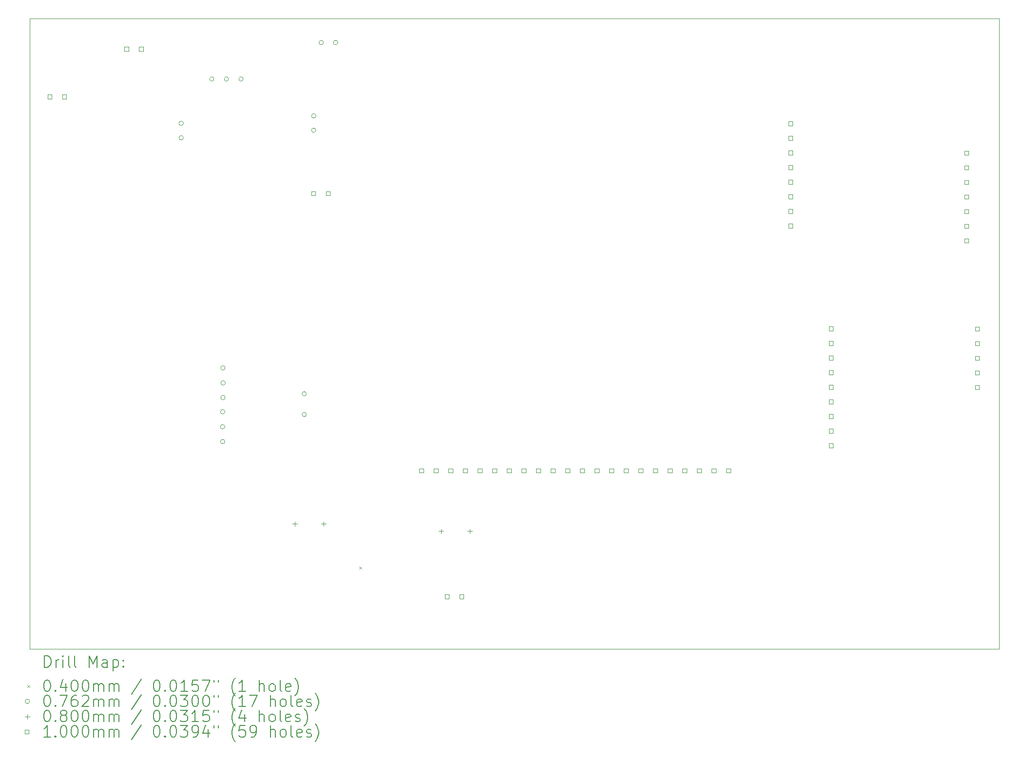
<source format=gbr>
%TF.GenerationSoftware,KiCad,Pcbnew,(6.0.9-0)*%
%TF.CreationDate,2022-11-09T23:01:56-06:00*%
%TF.ProjectId,CluePCB,436c7565-5043-4422-9e6b-696361645f70,1*%
%TF.SameCoordinates,Original*%
%TF.FileFunction,Drillmap*%
%TF.FilePolarity,Positive*%
%FSLAX45Y45*%
G04 Gerber Fmt 4.5, Leading zero omitted, Abs format (unit mm)*
G04 Created by KiCad (PCBNEW (6.0.9-0)) date 2022-11-09 23:01:56*
%MOMM*%
%LPD*%
G01*
G04 APERTURE LIST*
%ADD10C,0.100000*%
%ADD11C,0.200000*%
%ADD12C,0.040000*%
%ADD13C,0.076200*%
%ADD14C,0.080000*%
G04 APERTURE END LIST*
D10*
X6070000Y-3660000D02*
X22910000Y-3660000D01*
X22910000Y-3660000D02*
X22910000Y-14620000D01*
X22910000Y-14620000D02*
X6070000Y-14620000D01*
X6070000Y-14620000D02*
X6070000Y-3660000D01*
D11*
D12*
X11791000Y-13188000D02*
X11831000Y-13228000D01*
X11831000Y-13188000D02*
X11791000Y-13228000D01*
D13*
X8737100Y-5483000D02*
G75*
G03*
X8737100Y-5483000I-38100J0D01*
G01*
X8737100Y-5734000D02*
G75*
G03*
X8737100Y-5734000I-38100J0D01*
G01*
X9267100Y-4713000D02*
G75*
G03*
X9267100Y-4713000I-38100J0D01*
G01*
X9457100Y-10496000D02*
G75*
G03*
X9457100Y-10496000I-38100J0D01*
G01*
X9457100Y-10757000D02*
G75*
G03*
X9457100Y-10757000I-38100J0D01*
G01*
X9457100Y-11014000D02*
G75*
G03*
X9457100Y-11014000I-38100J0D01*
G01*
X9461100Y-9734000D02*
G75*
G03*
X9461100Y-9734000I-38100J0D01*
G01*
X9461100Y-10249000D02*
G75*
G03*
X9461100Y-10249000I-38100J0D01*
G01*
X9465100Y-9995000D02*
G75*
G03*
X9465100Y-9995000I-38100J0D01*
G01*
X9521100Y-4713000D02*
G75*
G03*
X9521100Y-4713000I-38100J0D01*
G01*
X9775100Y-4713000D02*
G75*
G03*
X9775100Y-4713000I-38100J0D01*
G01*
X10874100Y-10184000D02*
G75*
G03*
X10874100Y-10184000I-38100J0D01*
G01*
X10874100Y-10543000D02*
G75*
G03*
X10874100Y-10543000I-38100J0D01*
G01*
X11039100Y-5353000D02*
G75*
G03*
X11039100Y-5353000I-38100J0D01*
G01*
X11039100Y-5604000D02*
G75*
G03*
X11039100Y-5604000I-38100J0D01*
G01*
X11169100Y-4080000D02*
G75*
G03*
X11169100Y-4080000I-38100J0D01*
G01*
X11419100Y-4080000D02*
G75*
G03*
X11419100Y-4080000I-38100J0D01*
G01*
D14*
X10672000Y-12406000D02*
X10672000Y-12486000D01*
X10632000Y-12446000D02*
X10712000Y-12446000D01*
X11172000Y-12406000D02*
X11172000Y-12486000D01*
X11132000Y-12446000D02*
X11212000Y-12446000D01*
X13212000Y-12533000D02*
X13212000Y-12613000D01*
X13172000Y-12573000D02*
X13252000Y-12573000D01*
X13712000Y-12533000D02*
X13712000Y-12613000D01*
X13672000Y-12573000D02*
X13752000Y-12573000D01*
D10*
X6447856Y-5055356D02*
X6447856Y-4984644D01*
X6377144Y-4984644D01*
X6377144Y-5055356D01*
X6447856Y-5055356D01*
X6701856Y-5055356D02*
X6701856Y-4984644D01*
X6631144Y-4984644D01*
X6631144Y-5055356D01*
X6701856Y-5055356D01*
X7782356Y-4226356D02*
X7782356Y-4155644D01*
X7711644Y-4155644D01*
X7711644Y-4226356D01*
X7782356Y-4226356D01*
X8036356Y-4226356D02*
X8036356Y-4155644D01*
X7965644Y-4155644D01*
X7965644Y-4226356D01*
X8036356Y-4226356D01*
X11028856Y-6735356D02*
X11028856Y-6664644D01*
X10958144Y-6664644D01*
X10958144Y-6735356D01*
X11028856Y-6735356D01*
X11282856Y-6735356D02*
X11282856Y-6664644D01*
X11212144Y-6664644D01*
X11212144Y-6735356D01*
X11282856Y-6735356D01*
X12906356Y-11554356D02*
X12906356Y-11483644D01*
X12835644Y-11483644D01*
X12835644Y-11554356D01*
X12906356Y-11554356D01*
X13160356Y-11554356D02*
X13160356Y-11483644D01*
X13089644Y-11483644D01*
X13089644Y-11554356D01*
X13160356Y-11554356D01*
X13350856Y-13743356D02*
X13350856Y-13672644D01*
X13280144Y-13672644D01*
X13280144Y-13743356D01*
X13350856Y-13743356D01*
X13414356Y-11554356D02*
X13414356Y-11483644D01*
X13343644Y-11483644D01*
X13343644Y-11554356D01*
X13414356Y-11554356D01*
X13604856Y-13743356D02*
X13604856Y-13672644D01*
X13534144Y-13672644D01*
X13534144Y-13743356D01*
X13604856Y-13743356D01*
X13668356Y-11554356D02*
X13668356Y-11483644D01*
X13597644Y-11483644D01*
X13597644Y-11554356D01*
X13668356Y-11554356D01*
X13922356Y-11554356D02*
X13922356Y-11483644D01*
X13851644Y-11483644D01*
X13851644Y-11554356D01*
X13922356Y-11554356D01*
X14176356Y-11554356D02*
X14176356Y-11483644D01*
X14105644Y-11483644D01*
X14105644Y-11554356D01*
X14176356Y-11554356D01*
X14430356Y-11554356D02*
X14430356Y-11483644D01*
X14359644Y-11483644D01*
X14359644Y-11554356D01*
X14430356Y-11554356D01*
X14684356Y-11554356D02*
X14684356Y-11483644D01*
X14613644Y-11483644D01*
X14613644Y-11554356D01*
X14684356Y-11554356D01*
X14938356Y-11554356D02*
X14938356Y-11483644D01*
X14867644Y-11483644D01*
X14867644Y-11554356D01*
X14938356Y-11554356D01*
X15192356Y-11554356D02*
X15192356Y-11483644D01*
X15121644Y-11483644D01*
X15121644Y-11554356D01*
X15192356Y-11554356D01*
X15446356Y-11554356D02*
X15446356Y-11483644D01*
X15375644Y-11483644D01*
X15375644Y-11554356D01*
X15446356Y-11554356D01*
X15700356Y-11554356D02*
X15700356Y-11483644D01*
X15629644Y-11483644D01*
X15629644Y-11554356D01*
X15700356Y-11554356D01*
X15954356Y-11554356D02*
X15954356Y-11483644D01*
X15883644Y-11483644D01*
X15883644Y-11554356D01*
X15954356Y-11554356D01*
X16208356Y-11554356D02*
X16208356Y-11483644D01*
X16137644Y-11483644D01*
X16137644Y-11554356D01*
X16208356Y-11554356D01*
X16462356Y-11554356D02*
X16462356Y-11483644D01*
X16391644Y-11483644D01*
X16391644Y-11554356D01*
X16462356Y-11554356D01*
X16716356Y-11554356D02*
X16716356Y-11483644D01*
X16645644Y-11483644D01*
X16645644Y-11554356D01*
X16716356Y-11554356D01*
X16970356Y-11554356D02*
X16970356Y-11483644D01*
X16899644Y-11483644D01*
X16899644Y-11554356D01*
X16970356Y-11554356D01*
X17224356Y-11554356D02*
X17224356Y-11483644D01*
X17153644Y-11483644D01*
X17153644Y-11554356D01*
X17224356Y-11554356D01*
X17478356Y-11554356D02*
X17478356Y-11483644D01*
X17407644Y-11483644D01*
X17407644Y-11554356D01*
X17478356Y-11554356D01*
X17732356Y-11554356D02*
X17732356Y-11483644D01*
X17661644Y-11483644D01*
X17661644Y-11554356D01*
X17732356Y-11554356D01*
X17986356Y-11554356D02*
X17986356Y-11483644D01*
X17915644Y-11483644D01*
X17915644Y-11554356D01*
X17986356Y-11554356D01*
X18240356Y-11554356D02*
X18240356Y-11483644D01*
X18169644Y-11483644D01*
X18169644Y-11554356D01*
X18240356Y-11554356D01*
X19320356Y-5521106D02*
X19320356Y-5450394D01*
X19249644Y-5450394D01*
X19249644Y-5521106D01*
X19320356Y-5521106D01*
X19320356Y-5775106D02*
X19320356Y-5704394D01*
X19249644Y-5704394D01*
X19249644Y-5775106D01*
X19320356Y-5775106D01*
X19320356Y-6029106D02*
X19320356Y-5958394D01*
X19249644Y-5958394D01*
X19249644Y-6029106D01*
X19320356Y-6029106D01*
X19320356Y-6283106D02*
X19320356Y-6212394D01*
X19249644Y-6212394D01*
X19249644Y-6283106D01*
X19320356Y-6283106D01*
X19320356Y-6537106D02*
X19320356Y-6466394D01*
X19249644Y-6466394D01*
X19249644Y-6537106D01*
X19320356Y-6537106D01*
X19320356Y-6791106D02*
X19320356Y-6720394D01*
X19249644Y-6720394D01*
X19249644Y-6791106D01*
X19320356Y-6791106D01*
X19320356Y-7045106D02*
X19320356Y-6974394D01*
X19249644Y-6974394D01*
X19249644Y-7045106D01*
X19320356Y-7045106D01*
X19320356Y-7299106D02*
X19320356Y-7228394D01*
X19249644Y-7228394D01*
X19249644Y-7299106D01*
X19320356Y-7299106D01*
X20019356Y-9085356D02*
X20019356Y-9014644D01*
X19948644Y-9014644D01*
X19948644Y-9085356D01*
X20019356Y-9085356D01*
X20019356Y-9339356D02*
X20019356Y-9268644D01*
X19948644Y-9268644D01*
X19948644Y-9339356D01*
X20019356Y-9339356D01*
X20019356Y-9593356D02*
X20019356Y-9522644D01*
X19948644Y-9522644D01*
X19948644Y-9593356D01*
X20019356Y-9593356D01*
X20019356Y-9847356D02*
X20019356Y-9776644D01*
X19948644Y-9776644D01*
X19948644Y-9847356D01*
X20019356Y-9847356D01*
X20019356Y-10101356D02*
X20019356Y-10030644D01*
X19948644Y-10030644D01*
X19948644Y-10101356D01*
X20019356Y-10101356D01*
X20019356Y-10355356D02*
X20019356Y-10284644D01*
X19948644Y-10284644D01*
X19948644Y-10355356D01*
X20019356Y-10355356D01*
X20019356Y-10609356D02*
X20019356Y-10538644D01*
X19948644Y-10538644D01*
X19948644Y-10609356D01*
X20019356Y-10609356D01*
X20019356Y-10863356D02*
X20019356Y-10792644D01*
X19948644Y-10792644D01*
X19948644Y-10863356D01*
X20019356Y-10863356D01*
X20019356Y-11117356D02*
X20019356Y-11046644D01*
X19948644Y-11046644D01*
X19948644Y-11117356D01*
X20019356Y-11117356D01*
X22374356Y-6032106D02*
X22374356Y-5961394D01*
X22303644Y-5961394D01*
X22303644Y-6032106D01*
X22374356Y-6032106D01*
X22374356Y-6286106D02*
X22374356Y-6215394D01*
X22303644Y-6215394D01*
X22303644Y-6286106D01*
X22374356Y-6286106D01*
X22374356Y-6540106D02*
X22374356Y-6469394D01*
X22303644Y-6469394D01*
X22303644Y-6540106D01*
X22374356Y-6540106D01*
X22374356Y-6794106D02*
X22374356Y-6723394D01*
X22303644Y-6723394D01*
X22303644Y-6794106D01*
X22374356Y-6794106D01*
X22374356Y-7048106D02*
X22374356Y-6977394D01*
X22303644Y-6977394D01*
X22303644Y-7048106D01*
X22374356Y-7048106D01*
X22374356Y-7302106D02*
X22374356Y-7231394D01*
X22303644Y-7231394D01*
X22303644Y-7302106D01*
X22374356Y-7302106D01*
X22374356Y-7556106D02*
X22374356Y-7485394D01*
X22303644Y-7485394D01*
X22303644Y-7556106D01*
X22374356Y-7556106D01*
X22559356Y-9089356D02*
X22559356Y-9018644D01*
X22488644Y-9018644D01*
X22488644Y-9089356D01*
X22559356Y-9089356D01*
X22559356Y-9343356D02*
X22559356Y-9272644D01*
X22488644Y-9272644D01*
X22488644Y-9343356D01*
X22559356Y-9343356D01*
X22559356Y-9597356D02*
X22559356Y-9526644D01*
X22488644Y-9526644D01*
X22488644Y-9597356D01*
X22559356Y-9597356D01*
X22559356Y-9851356D02*
X22559356Y-9780644D01*
X22488644Y-9780644D01*
X22488644Y-9851356D01*
X22559356Y-9851356D01*
X22559356Y-10105356D02*
X22559356Y-10034644D01*
X22488644Y-10034644D01*
X22488644Y-10105356D01*
X22559356Y-10105356D01*
D11*
X6322619Y-14935476D02*
X6322619Y-14735476D01*
X6370238Y-14735476D01*
X6398809Y-14745000D01*
X6417857Y-14764048D01*
X6427381Y-14783095D01*
X6436905Y-14821190D01*
X6436905Y-14849762D01*
X6427381Y-14887857D01*
X6417857Y-14906905D01*
X6398809Y-14925952D01*
X6370238Y-14935476D01*
X6322619Y-14935476D01*
X6522619Y-14935476D02*
X6522619Y-14802143D01*
X6522619Y-14840238D02*
X6532143Y-14821190D01*
X6541667Y-14811667D01*
X6560714Y-14802143D01*
X6579762Y-14802143D01*
X6646428Y-14935476D02*
X6646428Y-14802143D01*
X6646428Y-14735476D02*
X6636905Y-14745000D01*
X6646428Y-14754524D01*
X6655952Y-14745000D01*
X6646428Y-14735476D01*
X6646428Y-14754524D01*
X6770238Y-14935476D02*
X6751190Y-14925952D01*
X6741667Y-14906905D01*
X6741667Y-14735476D01*
X6875000Y-14935476D02*
X6855952Y-14925952D01*
X6846428Y-14906905D01*
X6846428Y-14735476D01*
X7103571Y-14935476D02*
X7103571Y-14735476D01*
X7170238Y-14878333D01*
X7236905Y-14735476D01*
X7236905Y-14935476D01*
X7417857Y-14935476D02*
X7417857Y-14830714D01*
X7408333Y-14811667D01*
X7389286Y-14802143D01*
X7351190Y-14802143D01*
X7332143Y-14811667D01*
X7417857Y-14925952D02*
X7398809Y-14935476D01*
X7351190Y-14935476D01*
X7332143Y-14925952D01*
X7322619Y-14906905D01*
X7322619Y-14887857D01*
X7332143Y-14868809D01*
X7351190Y-14859286D01*
X7398809Y-14859286D01*
X7417857Y-14849762D01*
X7513095Y-14802143D02*
X7513095Y-15002143D01*
X7513095Y-14811667D02*
X7532143Y-14802143D01*
X7570238Y-14802143D01*
X7589286Y-14811667D01*
X7598809Y-14821190D01*
X7608333Y-14840238D01*
X7608333Y-14897381D01*
X7598809Y-14916428D01*
X7589286Y-14925952D01*
X7570238Y-14935476D01*
X7532143Y-14935476D01*
X7513095Y-14925952D01*
X7694048Y-14916428D02*
X7703571Y-14925952D01*
X7694048Y-14935476D01*
X7684524Y-14925952D01*
X7694048Y-14916428D01*
X7694048Y-14935476D01*
X7694048Y-14811667D02*
X7703571Y-14821190D01*
X7694048Y-14830714D01*
X7684524Y-14821190D01*
X7694048Y-14811667D01*
X7694048Y-14830714D01*
D12*
X6025000Y-15245000D02*
X6065000Y-15285000D01*
X6065000Y-15245000D02*
X6025000Y-15285000D01*
D11*
X6360714Y-15155476D02*
X6379762Y-15155476D01*
X6398809Y-15165000D01*
X6408333Y-15174524D01*
X6417857Y-15193571D01*
X6427381Y-15231667D01*
X6427381Y-15279286D01*
X6417857Y-15317381D01*
X6408333Y-15336428D01*
X6398809Y-15345952D01*
X6379762Y-15355476D01*
X6360714Y-15355476D01*
X6341667Y-15345952D01*
X6332143Y-15336428D01*
X6322619Y-15317381D01*
X6313095Y-15279286D01*
X6313095Y-15231667D01*
X6322619Y-15193571D01*
X6332143Y-15174524D01*
X6341667Y-15165000D01*
X6360714Y-15155476D01*
X6513095Y-15336428D02*
X6522619Y-15345952D01*
X6513095Y-15355476D01*
X6503571Y-15345952D01*
X6513095Y-15336428D01*
X6513095Y-15355476D01*
X6694048Y-15222143D02*
X6694048Y-15355476D01*
X6646428Y-15145952D02*
X6598809Y-15288809D01*
X6722619Y-15288809D01*
X6836905Y-15155476D02*
X6855952Y-15155476D01*
X6875000Y-15165000D01*
X6884524Y-15174524D01*
X6894048Y-15193571D01*
X6903571Y-15231667D01*
X6903571Y-15279286D01*
X6894048Y-15317381D01*
X6884524Y-15336428D01*
X6875000Y-15345952D01*
X6855952Y-15355476D01*
X6836905Y-15355476D01*
X6817857Y-15345952D01*
X6808333Y-15336428D01*
X6798809Y-15317381D01*
X6789286Y-15279286D01*
X6789286Y-15231667D01*
X6798809Y-15193571D01*
X6808333Y-15174524D01*
X6817857Y-15165000D01*
X6836905Y-15155476D01*
X7027381Y-15155476D02*
X7046428Y-15155476D01*
X7065476Y-15165000D01*
X7075000Y-15174524D01*
X7084524Y-15193571D01*
X7094048Y-15231667D01*
X7094048Y-15279286D01*
X7084524Y-15317381D01*
X7075000Y-15336428D01*
X7065476Y-15345952D01*
X7046428Y-15355476D01*
X7027381Y-15355476D01*
X7008333Y-15345952D01*
X6998809Y-15336428D01*
X6989286Y-15317381D01*
X6979762Y-15279286D01*
X6979762Y-15231667D01*
X6989286Y-15193571D01*
X6998809Y-15174524D01*
X7008333Y-15165000D01*
X7027381Y-15155476D01*
X7179762Y-15355476D02*
X7179762Y-15222143D01*
X7179762Y-15241190D02*
X7189286Y-15231667D01*
X7208333Y-15222143D01*
X7236905Y-15222143D01*
X7255952Y-15231667D01*
X7265476Y-15250714D01*
X7265476Y-15355476D01*
X7265476Y-15250714D02*
X7275000Y-15231667D01*
X7294048Y-15222143D01*
X7322619Y-15222143D01*
X7341667Y-15231667D01*
X7351190Y-15250714D01*
X7351190Y-15355476D01*
X7446428Y-15355476D02*
X7446428Y-15222143D01*
X7446428Y-15241190D02*
X7455952Y-15231667D01*
X7475000Y-15222143D01*
X7503571Y-15222143D01*
X7522619Y-15231667D01*
X7532143Y-15250714D01*
X7532143Y-15355476D01*
X7532143Y-15250714D02*
X7541667Y-15231667D01*
X7560714Y-15222143D01*
X7589286Y-15222143D01*
X7608333Y-15231667D01*
X7617857Y-15250714D01*
X7617857Y-15355476D01*
X8008333Y-15145952D02*
X7836905Y-15403095D01*
X8265476Y-15155476D02*
X8284524Y-15155476D01*
X8303571Y-15165000D01*
X8313095Y-15174524D01*
X8322619Y-15193571D01*
X8332143Y-15231667D01*
X8332143Y-15279286D01*
X8322619Y-15317381D01*
X8313095Y-15336428D01*
X8303571Y-15345952D01*
X8284524Y-15355476D01*
X8265476Y-15355476D01*
X8246428Y-15345952D01*
X8236905Y-15336428D01*
X8227381Y-15317381D01*
X8217857Y-15279286D01*
X8217857Y-15231667D01*
X8227381Y-15193571D01*
X8236905Y-15174524D01*
X8246428Y-15165000D01*
X8265476Y-15155476D01*
X8417857Y-15336428D02*
X8427381Y-15345952D01*
X8417857Y-15355476D01*
X8408333Y-15345952D01*
X8417857Y-15336428D01*
X8417857Y-15355476D01*
X8551190Y-15155476D02*
X8570238Y-15155476D01*
X8589286Y-15165000D01*
X8598810Y-15174524D01*
X8608333Y-15193571D01*
X8617857Y-15231667D01*
X8617857Y-15279286D01*
X8608333Y-15317381D01*
X8598810Y-15336428D01*
X8589286Y-15345952D01*
X8570238Y-15355476D01*
X8551190Y-15355476D01*
X8532143Y-15345952D01*
X8522619Y-15336428D01*
X8513095Y-15317381D01*
X8503571Y-15279286D01*
X8503571Y-15231667D01*
X8513095Y-15193571D01*
X8522619Y-15174524D01*
X8532143Y-15165000D01*
X8551190Y-15155476D01*
X8808333Y-15355476D02*
X8694048Y-15355476D01*
X8751190Y-15355476D02*
X8751190Y-15155476D01*
X8732143Y-15184048D01*
X8713095Y-15203095D01*
X8694048Y-15212619D01*
X8989286Y-15155476D02*
X8894048Y-15155476D01*
X8884524Y-15250714D01*
X8894048Y-15241190D01*
X8913095Y-15231667D01*
X8960714Y-15231667D01*
X8979762Y-15241190D01*
X8989286Y-15250714D01*
X8998810Y-15269762D01*
X8998810Y-15317381D01*
X8989286Y-15336428D01*
X8979762Y-15345952D01*
X8960714Y-15355476D01*
X8913095Y-15355476D01*
X8894048Y-15345952D01*
X8884524Y-15336428D01*
X9065476Y-15155476D02*
X9198810Y-15155476D01*
X9113095Y-15355476D01*
X9265476Y-15155476D02*
X9265476Y-15193571D01*
X9341667Y-15155476D02*
X9341667Y-15193571D01*
X9636905Y-15431667D02*
X9627381Y-15422143D01*
X9608333Y-15393571D01*
X9598810Y-15374524D01*
X9589286Y-15345952D01*
X9579762Y-15298333D01*
X9579762Y-15260238D01*
X9589286Y-15212619D01*
X9598810Y-15184048D01*
X9608333Y-15165000D01*
X9627381Y-15136428D01*
X9636905Y-15126905D01*
X9817857Y-15355476D02*
X9703571Y-15355476D01*
X9760714Y-15355476D02*
X9760714Y-15155476D01*
X9741667Y-15184048D01*
X9722619Y-15203095D01*
X9703571Y-15212619D01*
X10055952Y-15355476D02*
X10055952Y-15155476D01*
X10141667Y-15355476D02*
X10141667Y-15250714D01*
X10132143Y-15231667D01*
X10113095Y-15222143D01*
X10084524Y-15222143D01*
X10065476Y-15231667D01*
X10055952Y-15241190D01*
X10265476Y-15355476D02*
X10246429Y-15345952D01*
X10236905Y-15336428D01*
X10227381Y-15317381D01*
X10227381Y-15260238D01*
X10236905Y-15241190D01*
X10246429Y-15231667D01*
X10265476Y-15222143D01*
X10294048Y-15222143D01*
X10313095Y-15231667D01*
X10322619Y-15241190D01*
X10332143Y-15260238D01*
X10332143Y-15317381D01*
X10322619Y-15336428D01*
X10313095Y-15345952D01*
X10294048Y-15355476D01*
X10265476Y-15355476D01*
X10446429Y-15355476D02*
X10427381Y-15345952D01*
X10417857Y-15326905D01*
X10417857Y-15155476D01*
X10598810Y-15345952D02*
X10579762Y-15355476D01*
X10541667Y-15355476D01*
X10522619Y-15345952D01*
X10513095Y-15326905D01*
X10513095Y-15250714D01*
X10522619Y-15231667D01*
X10541667Y-15222143D01*
X10579762Y-15222143D01*
X10598810Y-15231667D01*
X10608333Y-15250714D01*
X10608333Y-15269762D01*
X10513095Y-15288809D01*
X10675000Y-15431667D02*
X10684524Y-15422143D01*
X10703571Y-15393571D01*
X10713095Y-15374524D01*
X10722619Y-15345952D01*
X10732143Y-15298333D01*
X10732143Y-15260238D01*
X10722619Y-15212619D01*
X10713095Y-15184048D01*
X10703571Y-15165000D01*
X10684524Y-15136428D01*
X10675000Y-15126905D01*
D13*
X6065000Y-15529000D02*
G75*
G03*
X6065000Y-15529000I-38100J0D01*
G01*
D11*
X6360714Y-15419476D02*
X6379762Y-15419476D01*
X6398809Y-15429000D01*
X6408333Y-15438524D01*
X6417857Y-15457571D01*
X6427381Y-15495667D01*
X6427381Y-15543286D01*
X6417857Y-15581381D01*
X6408333Y-15600428D01*
X6398809Y-15609952D01*
X6379762Y-15619476D01*
X6360714Y-15619476D01*
X6341667Y-15609952D01*
X6332143Y-15600428D01*
X6322619Y-15581381D01*
X6313095Y-15543286D01*
X6313095Y-15495667D01*
X6322619Y-15457571D01*
X6332143Y-15438524D01*
X6341667Y-15429000D01*
X6360714Y-15419476D01*
X6513095Y-15600428D02*
X6522619Y-15609952D01*
X6513095Y-15619476D01*
X6503571Y-15609952D01*
X6513095Y-15600428D01*
X6513095Y-15619476D01*
X6589286Y-15419476D02*
X6722619Y-15419476D01*
X6636905Y-15619476D01*
X6884524Y-15419476D02*
X6846428Y-15419476D01*
X6827381Y-15429000D01*
X6817857Y-15438524D01*
X6798809Y-15467095D01*
X6789286Y-15505190D01*
X6789286Y-15581381D01*
X6798809Y-15600428D01*
X6808333Y-15609952D01*
X6827381Y-15619476D01*
X6865476Y-15619476D01*
X6884524Y-15609952D01*
X6894048Y-15600428D01*
X6903571Y-15581381D01*
X6903571Y-15533762D01*
X6894048Y-15514714D01*
X6884524Y-15505190D01*
X6865476Y-15495667D01*
X6827381Y-15495667D01*
X6808333Y-15505190D01*
X6798809Y-15514714D01*
X6789286Y-15533762D01*
X6979762Y-15438524D02*
X6989286Y-15429000D01*
X7008333Y-15419476D01*
X7055952Y-15419476D01*
X7075000Y-15429000D01*
X7084524Y-15438524D01*
X7094048Y-15457571D01*
X7094048Y-15476619D01*
X7084524Y-15505190D01*
X6970238Y-15619476D01*
X7094048Y-15619476D01*
X7179762Y-15619476D02*
X7179762Y-15486143D01*
X7179762Y-15505190D02*
X7189286Y-15495667D01*
X7208333Y-15486143D01*
X7236905Y-15486143D01*
X7255952Y-15495667D01*
X7265476Y-15514714D01*
X7265476Y-15619476D01*
X7265476Y-15514714D02*
X7275000Y-15495667D01*
X7294048Y-15486143D01*
X7322619Y-15486143D01*
X7341667Y-15495667D01*
X7351190Y-15514714D01*
X7351190Y-15619476D01*
X7446428Y-15619476D02*
X7446428Y-15486143D01*
X7446428Y-15505190D02*
X7455952Y-15495667D01*
X7475000Y-15486143D01*
X7503571Y-15486143D01*
X7522619Y-15495667D01*
X7532143Y-15514714D01*
X7532143Y-15619476D01*
X7532143Y-15514714D02*
X7541667Y-15495667D01*
X7560714Y-15486143D01*
X7589286Y-15486143D01*
X7608333Y-15495667D01*
X7617857Y-15514714D01*
X7617857Y-15619476D01*
X8008333Y-15409952D02*
X7836905Y-15667095D01*
X8265476Y-15419476D02*
X8284524Y-15419476D01*
X8303571Y-15429000D01*
X8313095Y-15438524D01*
X8322619Y-15457571D01*
X8332143Y-15495667D01*
X8332143Y-15543286D01*
X8322619Y-15581381D01*
X8313095Y-15600428D01*
X8303571Y-15609952D01*
X8284524Y-15619476D01*
X8265476Y-15619476D01*
X8246428Y-15609952D01*
X8236905Y-15600428D01*
X8227381Y-15581381D01*
X8217857Y-15543286D01*
X8217857Y-15495667D01*
X8227381Y-15457571D01*
X8236905Y-15438524D01*
X8246428Y-15429000D01*
X8265476Y-15419476D01*
X8417857Y-15600428D02*
X8427381Y-15609952D01*
X8417857Y-15619476D01*
X8408333Y-15609952D01*
X8417857Y-15600428D01*
X8417857Y-15619476D01*
X8551190Y-15419476D02*
X8570238Y-15419476D01*
X8589286Y-15429000D01*
X8598810Y-15438524D01*
X8608333Y-15457571D01*
X8617857Y-15495667D01*
X8617857Y-15543286D01*
X8608333Y-15581381D01*
X8598810Y-15600428D01*
X8589286Y-15609952D01*
X8570238Y-15619476D01*
X8551190Y-15619476D01*
X8532143Y-15609952D01*
X8522619Y-15600428D01*
X8513095Y-15581381D01*
X8503571Y-15543286D01*
X8503571Y-15495667D01*
X8513095Y-15457571D01*
X8522619Y-15438524D01*
X8532143Y-15429000D01*
X8551190Y-15419476D01*
X8684524Y-15419476D02*
X8808333Y-15419476D01*
X8741667Y-15495667D01*
X8770238Y-15495667D01*
X8789286Y-15505190D01*
X8798810Y-15514714D01*
X8808333Y-15533762D01*
X8808333Y-15581381D01*
X8798810Y-15600428D01*
X8789286Y-15609952D01*
X8770238Y-15619476D01*
X8713095Y-15619476D01*
X8694048Y-15609952D01*
X8684524Y-15600428D01*
X8932143Y-15419476D02*
X8951190Y-15419476D01*
X8970238Y-15429000D01*
X8979762Y-15438524D01*
X8989286Y-15457571D01*
X8998810Y-15495667D01*
X8998810Y-15543286D01*
X8989286Y-15581381D01*
X8979762Y-15600428D01*
X8970238Y-15609952D01*
X8951190Y-15619476D01*
X8932143Y-15619476D01*
X8913095Y-15609952D01*
X8903571Y-15600428D01*
X8894048Y-15581381D01*
X8884524Y-15543286D01*
X8884524Y-15495667D01*
X8894048Y-15457571D01*
X8903571Y-15438524D01*
X8913095Y-15429000D01*
X8932143Y-15419476D01*
X9122619Y-15419476D02*
X9141667Y-15419476D01*
X9160714Y-15429000D01*
X9170238Y-15438524D01*
X9179762Y-15457571D01*
X9189286Y-15495667D01*
X9189286Y-15543286D01*
X9179762Y-15581381D01*
X9170238Y-15600428D01*
X9160714Y-15609952D01*
X9141667Y-15619476D01*
X9122619Y-15619476D01*
X9103571Y-15609952D01*
X9094048Y-15600428D01*
X9084524Y-15581381D01*
X9075000Y-15543286D01*
X9075000Y-15495667D01*
X9084524Y-15457571D01*
X9094048Y-15438524D01*
X9103571Y-15429000D01*
X9122619Y-15419476D01*
X9265476Y-15419476D02*
X9265476Y-15457571D01*
X9341667Y-15419476D02*
X9341667Y-15457571D01*
X9636905Y-15695667D02*
X9627381Y-15686143D01*
X9608333Y-15657571D01*
X9598810Y-15638524D01*
X9589286Y-15609952D01*
X9579762Y-15562333D01*
X9579762Y-15524238D01*
X9589286Y-15476619D01*
X9598810Y-15448048D01*
X9608333Y-15429000D01*
X9627381Y-15400428D01*
X9636905Y-15390905D01*
X9817857Y-15619476D02*
X9703571Y-15619476D01*
X9760714Y-15619476D02*
X9760714Y-15419476D01*
X9741667Y-15448048D01*
X9722619Y-15467095D01*
X9703571Y-15476619D01*
X9884524Y-15419476D02*
X10017857Y-15419476D01*
X9932143Y-15619476D01*
X10246429Y-15619476D02*
X10246429Y-15419476D01*
X10332143Y-15619476D02*
X10332143Y-15514714D01*
X10322619Y-15495667D01*
X10303571Y-15486143D01*
X10275000Y-15486143D01*
X10255952Y-15495667D01*
X10246429Y-15505190D01*
X10455952Y-15619476D02*
X10436905Y-15609952D01*
X10427381Y-15600428D01*
X10417857Y-15581381D01*
X10417857Y-15524238D01*
X10427381Y-15505190D01*
X10436905Y-15495667D01*
X10455952Y-15486143D01*
X10484524Y-15486143D01*
X10503571Y-15495667D01*
X10513095Y-15505190D01*
X10522619Y-15524238D01*
X10522619Y-15581381D01*
X10513095Y-15600428D01*
X10503571Y-15609952D01*
X10484524Y-15619476D01*
X10455952Y-15619476D01*
X10636905Y-15619476D02*
X10617857Y-15609952D01*
X10608333Y-15590905D01*
X10608333Y-15419476D01*
X10789286Y-15609952D02*
X10770238Y-15619476D01*
X10732143Y-15619476D01*
X10713095Y-15609952D01*
X10703571Y-15590905D01*
X10703571Y-15514714D01*
X10713095Y-15495667D01*
X10732143Y-15486143D01*
X10770238Y-15486143D01*
X10789286Y-15495667D01*
X10798810Y-15514714D01*
X10798810Y-15533762D01*
X10703571Y-15552809D01*
X10875000Y-15609952D02*
X10894048Y-15619476D01*
X10932143Y-15619476D01*
X10951190Y-15609952D01*
X10960714Y-15590905D01*
X10960714Y-15581381D01*
X10951190Y-15562333D01*
X10932143Y-15552809D01*
X10903571Y-15552809D01*
X10884524Y-15543286D01*
X10875000Y-15524238D01*
X10875000Y-15514714D01*
X10884524Y-15495667D01*
X10903571Y-15486143D01*
X10932143Y-15486143D01*
X10951190Y-15495667D01*
X11027381Y-15695667D02*
X11036905Y-15686143D01*
X11055952Y-15657571D01*
X11065476Y-15638524D01*
X11075000Y-15609952D01*
X11084524Y-15562333D01*
X11084524Y-15524238D01*
X11075000Y-15476619D01*
X11065476Y-15448048D01*
X11055952Y-15429000D01*
X11036905Y-15400428D01*
X11027381Y-15390905D01*
D14*
X6025000Y-15753000D02*
X6025000Y-15833000D01*
X5985000Y-15793000D02*
X6065000Y-15793000D01*
D11*
X6360714Y-15683476D02*
X6379762Y-15683476D01*
X6398809Y-15693000D01*
X6408333Y-15702524D01*
X6417857Y-15721571D01*
X6427381Y-15759667D01*
X6427381Y-15807286D01*
X6417857Y-15845381D01*
X6408333Y-15864428D01*
X6398809Y-15873952D01*
X6379762Y-15883476D01*
X6360714Y-15883476D01*
X6341667Y-15873952D01*
X6332143Y-15864428D01*
X6322619Y-15845381D01*
X6313095Y-15807286D01*
X6313095Y-15759667D01*
X6322619Y-15721571D01*
X6332143Y-15702524D01*
X6341667Y-15693000D01*
X6360714Y-15683476D01*
X6513095Y-15864428D02*
X6522619Y-15873952D01*
X6513095Y-15883476D01*
X6503571Y-15873952D01*
X6513095Y-15864428D01*
X6513095Y-15883476D01*
X6636905Y-15769190D02*
X6617857Y-15759667D01*
X6608333Y-15750143D01*
X6598809Y-15731095D01*
X6598809Y-15721571D01*
X6608333Y-15702524D01*
X6617857Y-15693000D01*
X6636905Y-15683476D01*
X6675000Y-15683476D01*
X6694048Y-15693000D01*
X6703571Y-15702524D01*
X6713095Y-15721571D01*
X6713095Y-15731095D01*
X6703571Y-15750143D01*
X6694048Y-15759667D01*
X6675000Y-15769190D01*
X6636905Y-15769190D01*
X6617857Y-15778714D01*
X6608333Y-15788238D01*
X6598809Y-15807286D01*
X6598809Y-15845381D01*
X6608333Y-15864428D01*
X6617857Y-15873952D01*
X6636905Y-15883476D01*
X6675000Y-15883476D01*
X6694048Y-15873952D01*
X6703571Y-15864428D01*
X6713095Y-15845381D01*
X6713095Y-15807286D01*
X6703571Y-15788238D01*
X6694048Y-15778714D01*
X6675000Y-15769190D01*
X6836905Y-15683476D02*
X6855952Y-15683476D01*
X6875000Y-15693000D01*
X6884524Y-15702524D01*
X6894048Y-15721571D01*
X6903571Y-15759667D01*
X6903571Y-15807286D01*
X6894048Y-15845381D01*
X6884524Y-15864428D01*
X6875000Y-15873952D01*
X6855952Y-15883476D01*
X6836905Y-15883476D01*
X6817857Y-15873952D01*
X6808333Y-15864428D01*
X6798809Y-15845381D01*
X6789286Y-15807286D01*
X6789286Y-15759667D01*
X6798809Y-15721571D01*
X6808333Y-15702524D01*
X6817857Y-15693000D01*
X6836905Y-15683476D01*
X7027381Y-15683476D02*
X7046428Y-15683476D01*
X7065476Y-15693000D01*
X7075000Y-15702524D01*
X7084524Y-15721571D01*
X7094048Y-15759667D01*
X7094048Y-15807286D01*
X7084524Y-15845381D01*
X7075000Y-15864428D01*
X7065476Y-15873952D01*
X7046428Y-15883476D01*
X7027381Y-15883476D01*
X7008333Y-15873952D01*
X6998809Y-15864428D01*
X6989286Y-15845381D01*
X6979762Y-15807286D01*
X6979762Y-15759667D01*
X6989286Y-15721571D01*
X6998809Y-15702524D01*
X7008333Y-15693000D01*
X7027381Y-15683476D01*
X7179762Y-15883476D02*
X7179762Y-15750143D01*
X7179762Y-15769190D02*
X7189286Y-15759667D01*
X7208333Y-15750143D01*
X7236905Y-15750143D01*
X7255952Y-15759667D01*
X7265476Y-15778714D01*
X7265476Y-15883476D01*
X7265476Y-15778714D02*
X7275000Y-15759667D01*
X7294048Y-15750143D01*
X7322619Y-15750143D01*
X7341667Y-15759667D01*
X7351190Y-15778714D01*
X7351190Y-15883476D01*
X7446428Y-15883476D02*
X7446428Y-15750143D01*
X7446428Y-15769190D02*
X7455952Y-15759667D01*
X7475000Y-15750143D01*
X7503571Y-15750143D01*
X7522619Y-15759667D01*
X7532143Y-15778714D01*
X7532143Y-15883476D01*
X7532143Y-15778714D02*
X7541667Y-15759667D01*
X7560714Y-15750143D01*
X7589286Y-15750143D01*
X7608333Y-15759667D01*
X7617857Y-15778714D01*
X7617857Y-15883476D01*
X8008333Y-15673952D02*
X7836905Y-15931095D01*
X8265476Y-15683476D02*
X8284524Y-15683476D01*
X8303571Y-15693000D01*
X8313095Y-15702524D01*
X8322619Y-15721571D01*
X8332143Y-15759667D01*
X8332143Y-15807286D01*
X8322619Y-15845381D01*
X8313095Y-15864428D01*
X8303571Y-15873952D01*
X8284524Y-15883476D01*
X8265476Y-15883476D01*
X8246428Y-15873952D01*
X8236905Y-15864428D01*
X8227381Y-15845381D01*
X8217857Y-15807286D01*
X8217857Y-15759667D01*
X8227381Y-15721571D01*
X8236905Y-15702524D01*
X8246428Y-15693000D01*
X8265476Y-15683476D01*
X8417857Y-15864428D02*
X8427381Y-15873952D01*
X8417857Y-15883476D01*
X8408333Y-15873952D01*
X8417857Y-15864428D01*
X8417857Y-15883476D01*
X8551190Y-15683476D02*
X8570238Y-15683476D01*
X8589286Y-15693000D01*
X8598810Y-15702524D01*
X8608333Y-15721571D01*
X8617857Y-15759667D01*
X8617857Y-15807286D01*
X8608333Y-15845381D01*
X8598810Y-15864428D01*
X8589286Y-15873952D01*
X8570238Y-15883476D01*
X8551190Y-15883476D01*
X8532143Y-15873952D01*
X8522619Y-15864428D01*
X8513095Y-15845381D01*
X8503571Y-15807286D01*
X8503571Y-15759667D01*
X8513095Y-15721571D01*
X8522619Y-15702524D01*
X8532143Y-15693000D01*
X8551190Y-15683476D01*
X8684524Y-15683476D02*
X8808333Y-15683476D01*
X8741667Y-15759667D01*
X8770238Y-15759667D01*
X8789286Y-15769190D01*
X8798810Y-15778714D01*
X8808333Y-15797762D01*
X8808333Y-15845381D01*
X8798810Y-15864428D01*
X8789286Y-15873952D01*
X8770238Y-15883476D01*
X8713095Y-15883476D01*
X8694048Y-15873952D01*
X8684524Y-15864428D01*
X8998810Y-15883476D02*
X8884524Y-15883476D01*
X8941667Y-15883476D02*
X8941667Y-15683476D01*
X8922619Y-15712048D01*
X8903571Y-15731095D01*
X8884524Y-15740619D01*
X9179762Y-15683476D02*
X9084524Y-15683476D01*
X9075000Y-15778714D01*
X9084524Y-15769190D01*
X9103571Y-15759667D01*
X9151190Y-15759667D01*
X9170238Y-15769190D01*
X9179762Y-15778714D01*
X9189286Y-15797762D01*
X9189286Y-15845381D01*
X9179762Y-15864428D01*
X9170238Y-15873952D01*
X9151190Y-15883476D01*
X9103571Y-15883476D01*
X9084524Y-15873952D01*
X9075000Y-15864428D01*
X9265476Y-15683476D02*
X9265476Y-15721571D01*
X9341667Y-15683476D02*
X9341667Y-15721571D01*
X9636905Y-15959667D02*
X9627381Y-15950143D01*
X9608333Y-15921571D01*
X9598810Y-15902524D01*
X9589286Y-15873952D01*
X9579762Y-15826333D01*
X9579762Y-15788238D01*
X9589286Y-15740619D01*
X9598810Y-15712048D01*
X9608333Y-15693000D01*
X9627381Y-15664428D01*
X9636905Y-15654905D01*
X9798810Y-15750143D02*
X9798810Y-15883476D01*
X9751190Y-15673952D02*
X9703571Y-15816809D01*
X9827381Y-15816809D01*
X10055952Y-15883476D02*
X10055952Y-15683476D01*
X10141667Y-15883476D02*
X10141667Y-15778714D01*
X10132143Y-15759667D01*
X10113095Y-15750143D01*
X10084524Y-15750143D01*
X10065476Y-15759667D01*
X10055952Y-15769190D01*
X10265476Y-15883476D02*
X10246429Y-15873952D01*
X10236905Y-15864428D01*
X10227381Y-15845381D01*
X10227381Y-15788238D01*
X10236905Y-15769190D01*
X10246429Y-15759667D01*
X10265476Y-15750143D01*
X10294048Y-15750143D01*
X10313095Y-15759667D01*
X10322619Y-15769190D01*
X10332143Y-15788238D01*
X10332143Y-15845381D01*
X10322619Y-15864428D01*
X10313095Y-15873952D01*
X10294048Y-15883476D01*
X10265476Y-15883476D01*
X10446429Y-15883476D02*
X10427381Y-15873952D01*
X10417857Y-15854905D01*
X10417857Y-15683476D01*
X10598810Y-15873952D02*
X10579762Y-15883476D01*
X10541667Y-15883476D01*
X10522619Y-15873952D01*
X10513095Y-15854905D01*
X10513095Y-15778714D01*
X10522619Y-15759667D01*
X10541667Y-15750143D01*
X10579762Y-15750143D01*
X10598810Y-15759667D01*
X10608333Y-15778714D01*
X10608333Y-15797762D01*
X10513095Y-15816809D01*
X10684524Y-15873952D02*
X10703571Y-15883476D01*
X10741667Y-15883476D01*
X10760714Y-15873952D01*
X10770238Y-15854905D01*
X10770238Y-15845381D01*
X10760714Y-15826333D01*
X10741667Y-15816809D01*
X10713095Y-15816809D01*
X10694048Y-15807286D01*
X10684524Y-15788238D01*
X10684524Y-15778714D01*
X10694048Y-15759667D01*
X10713095Y-15750143D01*
X10741667Y-15750143D01*
X10760714Y-15759667D01*
X10836905Y-15959667D02*
X10846429Y-15950143D01*
X10865476Y-15921571D01*
X10875000Y-15902524D01*
X10884524Y-15873952D01*
X10894048Y-15826333D01*
X10894048Y-15788238D01*
X10884524Y-15740619D01*
X10875000Y-15712048D01*
X10865476Y-15693000D01*
X10846429Y-15664428D01*
X10836905Y-15654905D01*
D10*
X6050356Y-16092356D02*
X6050356Y-16021644D01*
X5979644Y-16021644D01*
X5979644Y-16092356D01*
X6050356Y-16092356D01*
D11*
X6427381Y-16147476D02*
X6313095Y-16147476D01*
X6370238Y-16147476D02*
X6370238Y-15947476D01*
X6351190Y-15976048D01*
X6332143Y-15995095D01*
X6313095Y-16004619D01*
X6513095Y-16128428D02*
X6522619Y-16137952D01*
X6513095Y-16147476D01*
X6503571Y-16137952D01*
X6513095Y-16128428D01*
X6513095Y-16147476D01*
X6646428Y-15947476D02*
X6665476Y-15947476D01*
X6684524Y-15957000D01*
X6694048Y-15966524D01*
X6703571Y-15985571D01*
X6713095Y-16023667D01*
X6713095Y-16071286D01*
X6703571Y-16109381D01*
X6694048Y-16128428D01*
X6684524Y-16137952D01*
X6665476Y-16147476D01*
X6646428Y-16147476D01*
X6627381Y-16137952D01*
X6617857Y-16128428D01*
X6608333Y-16109381D01*
X6598809Y-16071286D01*
X6598809Y-16023667D01*
X6608333Y-15985571D01*
X6617857Y-15966524D01*
X6627381Y-15957000D01*
X6646428Y-15947476D01*
X6836905Y-15947476D02*
X6855952Y-15947476D01*
X6875000Y-15957000D01*
X6884524Y-15966524D01*
X6894048Y-15985571D01*
X6903571Y-16023667D01*
X6903571Y-16071286D01*
X6894048Y-16109381D01*
X6884524Y-16128428D01*
X6875000Y-16137952D01*
X6855952Y-16147476D01*
X6836905Y-16147476D01*
X6817857Y-16137952D01*
X6808333Y-16128428D01*
X6798809Y-16109381D01*
X6789286Y-16071286D01*
X6789286Y-16023667D01*
X6798809Y-15985571D01*
X6808333Y-15966524D01*
X6817857Y-15957000D01*
X6836905Y-15947476D01*
X7027381Y-15947476D02*
X7046428Y-15947476D01*
X7065476Y-15957000D01*
X7075000Y-15966524D01*
X7084524Y-15985571D01*
X7094048Y-16023667D01*
X7094048Y-16071286D01*
X7084524Y-16109381D01*
X7075000Y-16128428D01*
X7065476Y-16137952D01*
X7046428Y-16147476D01*
X7027381Y-16147476D01*
X7008333Y-16137952D01*
X6998809Y-16128428D01*
X6989286Y-16109381D01*
X6979762Y-16071286D01*
X6979762Y-16023667D01*
X6989286Y-15985571D01*
X6998809Y-15966524D01*
X7008333Y-15957000D01*
X7027381Y-15947476D01*
X7179762Y-16147476D02*
X7179762Y-16014143D01*
X7179762Y-16033190D02*
X7189286Y-16023667D01*
X7208333Y-16014143D01*
X7236905Y-16014143D01*
X7255952Y-16023667D01*
X7265476Y-16042714D01*
X7265476Y-16147476D01*
X7265476Y-16042714D02*
X7275000Y-16023667D01*
X7294048Y-16014143D01*
X7322619Y-16014143D01*
X7341667Y-16023667D01*
X7351190Y-16042714D01*
X7351190Y-16147476D01*
X7446428Y-16147476D02*
X7446428Y-16014143D01*
X7446428Y-16033190D02*
X7455952Y-16023667D01*
X7475000Y-16014143D01*
X7503571Y-16014143D01*
X7522619Y-16023667D01*
X7532143Y-16042714D01*
X7532143Y-16147476D01*
X7532143Y-16042714D02*
X7541667Y-16023667D01*
X7560714Y-16014143D01*
X7589286Y-16014143D01*
X7608333Y-16023667D01*
X7617857Y-16042714D01*
X7617857Y-16147476D01*
X8008333Y-15937952D02*
X7836905Y-16195095D01*
X8265476Y-15947476D02*
X8284524Y-15947476D01*
X8303571Y-15957000D01*
X8313095Y-15966524D01*
X8322619Y-15985571D01*
X8332143Y-16023667D01*
X8332143Y-16071286D01*
X8322619Y-16109381D01*
X8313095Y-16128428D01*
X8303571Y-16137952D01*
X8284524Y-16147476D01*
X8265476Y-16147476D01*
X8246428Y-16137952D01*
X8236905Y-16128428D01*
X8227381Y-16109381D01*
X8217857Y-16071286D01*
X8217857Y-16023667D01*
X8227381Y-15985571D01*
X8236905Y-15966524D01*
X8246428Y-15957000D01*
X8265476Y-15947476D01*
X8417857Y-16128428D02*
X8427381Y-16137952D01*
X8417857Y-16147476D01*
X8408333Y-16137952D01*
X8417857Y-16128428D01*
X8417857Y-16147476D01*
X8551190Y-15947476D02*
X8570238Y-15947476D01*
X8589286Y-15957000D01*
X8598810Y-15966524D01*
X8608333Y-15985571D01*
X8617857Y-16023667D01*
X8617857Y-16071286D01*
X8608333Y-16109381D01*
X8598810Y-16128428D01*
X8589286Y-16137952D01*
X8570238Y-16147476D01*
X8551190Y-16147476D01*
X8532143Y-16137952D01*
X8522619Y-16128428D01*
X8513095Y-16109381D01*
X8503571Y-16071286D01*
X8503571Y-16023667D01*
X8513095Y-15985571D01*
X8522619Y-15966524D01*
X8532143Y-15957000D01*
X8551190Y-15947476D01*
X8684524Y-15947476D02*
X8808333Y-15947476D01*
X8741667Y-16023667D01*
X8770238Y-16023667D01*
X8789286Y-16033190D01*
X8798810Y-16042714D01*
X8808333Y-16061762D01*
X8808333Y-16109381D01*
X8798810Y-16128428D01*
X8789286Y-16137952D01*
X8770238Y-16147476D01*
X8713095Y-16147476D01*
X8694048Y-16137952D01*
X8684524Y-16128428D01*
X8903571Y-16147476D02*
X8941667Y-16147476D01*
X8960714Y-16137952D01*
X8970238Y-16128428D01*
X8989286Y-16099857D01*
X8998810Y-16061762D01*
X8998810Y-15985571D01*
X8989286Y-15966524D01*
X8979762Y-15957000D01*
X8960714Y-15947476D01*
X8922619Y-15947476D01*
X8903571Y-15957000D01*
X8894048Y-15966524D01*
X8884524Y-15985571D01*
X8884524Y-16033190D01*
X8894048Y-16052238D01*
X8903571Y-16061762D01*
X8922619Y-16071286D01*
X8960714Y-16071286D01*
X8979762Y-16061762D01*
X8989286Y-16052238D01*
X8998810Y-16033190D01*
X9170238Y-16014143D02*
X9170238Y-16147476D01*
X9122619Y-15937952D02*
X9075000Y-16080809D01*
X9198810Y-16080809D01*
X9265476Y-15947476D02*
X9265476Y-15985571D01*
X9341667Y-15947476D02*
X9341667Y-15985571D01*
X9636905Y-16223667D02*
X9627381Y-16214143D01*
X9608333Y-16185571D01*
X9598810Y-16166524D01*
X9589286Y-16137952D01*
X9579762Y-16090333D01*
X9579762Y-16052238D01*
X9589286Y-16004619D01*
X9598810Y-15976048D01*
X9608333Y-15957000D01*
X9627381Y-15928428D01*
X9636905Y-15918905D01*
X9808333Y-15947476D02*
X9713095Y-15947476D01*
X9703571Y-16042714D01*
X9713095Y-16033190D01*
X9732143Y-16023667D01*
X9779762Y-16023667D01*
X9798810Y-16033190D01*
X9808333Y-16042714D01*
X9817857Y-16061762D01*
X9817857Y-16109381D01*
X9808333Y-16128428D01*
X9798810Y-16137952D01*
X9779762Y-16147476D01*
X9732143Y-16147476D01*
X9713095Y-16137952D01*
X9703571Y-16128428D01*
X9913095Y-16147476D02*
X9951190Y-16147476D01*
X9970238Y-16137952D01*
X9979762Y-16128428D01*
X9998810Y-16099857D01*
X10008333Y-16061762D01*
X10008333Y-15985571D01*
X9998810Y-15966524D01*
X9989286Y-15957000D01*
X9970238Y-15947476D01*
X9932143Y-15947476D01*
X9913095Y-15957000D01*
X9903571Y-15966524D01*
X9894048Y-15985571D01*
X9894048Y-16033190D01*
X9903571Y-16052238D01*
X9913095Y-16061762D01*
X9932143Y-16071286D01*
X9970238Y-16071286D01*
X9989286Y-16061762D01*
X9998810Y-16052238D01*
X10008333Y-16033190D01*
X10246429Y-16147476D02*
X10246429Y-15947476D01*
X10332143Y-16147476D02*
X10332143Y-16042714D01*
X10322619Y-16023667D01*
X10303571Y-16014143D01*
X10275000Y-16014143D01*
X10255952Y-16023667D01*
X10246429Y-16033190D01*
X10455952Y-16147476D02*
X10436905Y-16137952D01*
X10427381Y-16128428D01*
X10417857Y-16109381D01*
X10417857Y-16052238D01*
X10427381Y-16033190D01*
X10436905Y-16023667D01*
X10455952Y-16014143D01*
X10484524Y-16014143D01*
X10503571Y-16023667D01*
X10513095Y-16033190D01*
X10522619Y-16052238D01*
X10522619Y-16109381D01*
X10513095Y-16128428D01*
X10503571Y-16137952D01*
X10484524Y-16147476D01*
X10455952Y-16147476D01*
X10636905Y-16147476D02*
X10617857Y-16137952D01*
X10608333Y-16118905D01*
X10608333Y-15947476D01*
X10789286Y-16137952D02*
X10770238Y-16147476D01*
X10732143Y-16147476D01*
X10713095Y-16137952D01*
X10703571Y-16118905D01*
X10703571Y-16042714D01*
X10713095Y-16023667D01*
X10732143Y-16014143D01*
X10770238Y-16014143D01*
X10789286Y-16023667D01*
X10798810Y-16042714D01*
X10798810Y-16061762D01*
X10703571Y-16080809D01*
X10875000Y-16137952D02*
X10894048Y-16147476D01*
X10932143Y-16147476D01*
X10951190Y-16137952D01*
X10960714Y-16118905D01*
X10960714Y-16109381D01*
X10951190Y-16090333D01*
X10932143Y-16080809D01*
X10903571Y-16080809D01*
X10884524Y-16071286D01*
X10875000Y-16052238D01*
X10875000Y-16042714D01*
X10884524Y-16023667D01*
X10903571Y-16014143D01*
X10932143Y-16014143D01*
X10951190Y-16023667D01*
X11027381Y-16223667D02*
X11036905Y-16214143D01*
X11055952Y-16185571D01*
X11065476Y-16166524D01*
X11075000Y-16137952D01*
X11084524Y-16090333D01*
X11084524Y-16052238D01*
X11075000Y-16004619D01*
X11065476Y-15976048D01*
X11055952Y-15957000D01*
X11036905Y-15928428D01*
X11027381Y-15918905D01*
M02*

</source>
